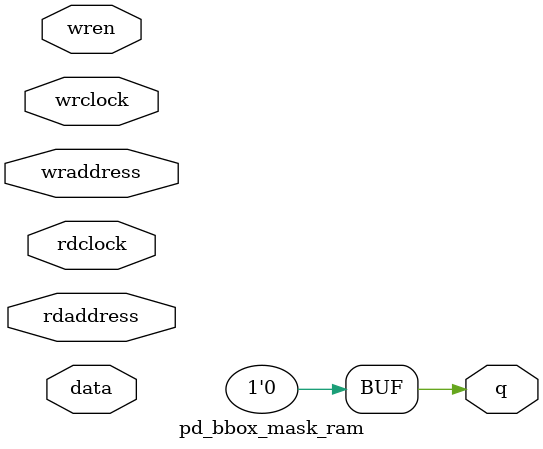
<source format=v>
module pd_bbox_mask_ram(	// file.cleaned.mlir:2:3
  input         data,	// file.cleaned.mlir:2:34
  input  [18:0] rdaddress,	// file.cleaned.mlir:2:49
  input         rdclock,	// file.cleaned.mlir:2:70
  input  [18:0] wraddress,	// file.cleaned.mlir:2:88
  input         wrclock,	// file.cleaned.mlir:2:109
                wren,	// file.cleaned.mlir:2:127
  output        q	// file.cleaned.mlir:2:143
);

  assign q = 1'h0;	// file.cleaned.mlir:3:14, :4:5
endmodule


</source>
